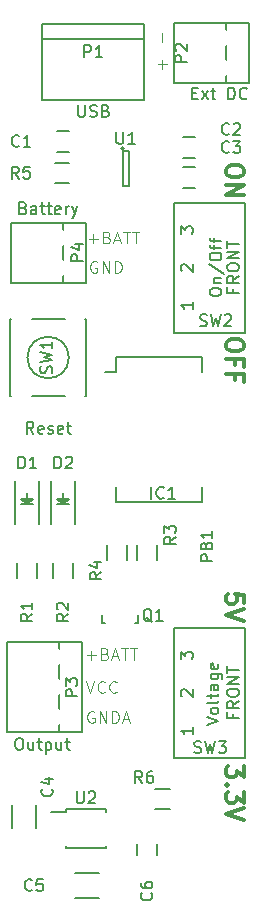
<source format=gto>
G04 #@! TF.FileFunction,Legend,Top*
%FSLAX46Y46*%
G04 Gerber Fmt 4.6, Leading zero omitted, Abs format (unit mm)*
G04 Created by KiCad (PCBNEW 4.0.1-stable) date Torsdag 21 Januari 2016 22:06:45*
%MOMM*%
G01*
G04 APERTURE LIST*
%ADD10C,0.100000*%
%ADD11C,0.300000*%
%ADD12C,0.150000*%
%ADD13R,1.652400X1.402400*%
%ADD14R,1.752400X2.152400*%
%ADD15R,2.152400X1.752400*%
%ADD16R,1.402400X1.652400*%
%ADD17R,1.953260X1.750060*%
%ADD18O,1.752400X1.752400*%
%ADD19R,0.552400X1.502400*%
%ADD20O,1.402400X1.102400*%
%ADD21O,1.152400X1.702400*%
%ADD22O,3.167380X1.658620*%
%ADD23R,0.952500X0.952500*%
%ADD24R,1.452400X1.652400*%
%ADD25R,1.652400X1.452400*%
%ADD26C,1.852400*%
%ADD27R,1.212400X0.802400*%
%ADD28R,1.602400X0.602400*%
%ADD29C,1.676400*%
%ADD30R,1.452400X1.702400*%
G04 APERTURE END LIST*
D10*
X73471429Y-18180952D02*
X73471429Y-17419047D01*
X73852381Y-17799999D02*
X73090476Y-17799999D01*
X73471429Y-15880952D02*
X73471429Y-15119047D01*
X67938096Y-34500000D02*
X67842858Y-34452381D01*
X67700001Y-34452381D01*
X67557143Y-34500000D01*
X67461905Y-34595238D01*
X67414286Y-34690476D01*
X67366667Y-34880952D01*
X67366667Y-35023810D01*
X67414286Y-35214286D01*
X67461905Y-35309524D01*
X67557143Y-35404762D01*
X67700001Y-35452381D01*
X67795239Y-35452381D01*
X67938096Y-35404762D01*
X67985715Y-35357143D01*
X67985715Y-35023810D01*
X67795239Y-35023810D01*
X68414286Y-35452381D02*
X68414286Y-34452381D01*
X68985715Y-35452381D01*
X68985715Y-34452381D01*
X69461905Y-35452381D02*
X69461905Y-34452381D01*
X69700000Y-34452381D01*
X69842858Y-34500000D01*
X69938096Y-34595238D01*
X69985715Y-34690476D01*
X70033334Y-34880952D01*
X70033334Y-35023810D01*
X69985715Y-35214286D01*
X69938096Y-35309524D01*
X69842858Y-35404762D01*
X69700000Y-35452381D01*
X69461905Y-35452381D01*
X67228571Y-32571429D02*
X67990476Y-32571429D01*
X67609524Y-32952381D02*
X67609524Y-32190476D01*
X68800000Y-32428571D02*
X68942857Y-32476190D01*
X68990476Y-32523810D01*
X69038095Y-32619048D01*
X69038095Y-32761905D01*
X68990476Y-32857143D01*
X68942857Y-32904762D01*
X68847619Y-32952381D01*
X68466666Y-32952381D01*
X68466666Y-31952381D01*
X68800000Y-31952381D01*
X68895238Y-32000000D01*
X68942857Y-32047619D01*
X68990476Y-32142857D01*
X68990476Y-32238095D01*
X68942857Y-32333333D01*
X68895238Y-32380952D01*
X68800000Y-32428571D01*
X68466666Y-32428571D01*
X69419047Y-32666667D02*
X69895238Y-32666667D01*
X69323809Y-32952381D02*
X69657142Y-31952381D01*
X69990476Y-32952381D01*
X70180952Y-31952381D02*
X70752381Y-31952381D01*
X70466666Y-32952381D02*
X70466666Y-31952381D01*
X70942857Y-31952381D02*
X71514286Y-31952381D01*
X71228571Y-32952381D02*
X71228571Y-31952381D01*
D11*
X80375429Y-41433429D02*
X80375429Y-41719143D01*
X80304000Y-41862001D01*
X80161143Y-42004858D01*
X79875429Y-42076286D01*
X79375429Y-42076286D01*
X79089714Y-42004858D01*
X78946857Y-41862001D01*
X78875429Y-41719143D01*
X78875429Y-41433429D01*
X78946857Y-41290572D01*
X79089714Y-41147715D01*
X79375429Y-41076286D01*
X79875429Y-41076286D01*
X80161143Y-41147715D01*
X80304000Y-41290572D01*
X80375429Y-41433429D01*
X79661143Y-43219144D02*
X79661143Y-42719144D01*
X78875429Y-42719144D02*
X80375429Y-42719144D01*
X80375429Y-43433430D01*
X79661143Y-44504858D02*
X79661143Y-44004858D01*
X78875429Y-44004858D02*
X80375429Y-44004858D01*
X80375429Y-44719144D01*
X80375429Y-26693428D02*
X80375429Y-26979142D01*
X80304000Y-27122000D01*
X80161143Y-27264857D01*
X79875429Y-27336285D01*
X79375429Y-27336285D01*
X79089714Y-27264857D01*
X78946857Y-27122000D01*
X78875429Y-26979142D01*
X78875429Y-26693428D01*
X78946857Y-26550571D01*
X79089714Y-26407714D01*
X79375429Y-26336285D01*
X79875429Y-26336285D01*
X80161143Y-26407714D01*
X80304000Y-26550571D01*
X80375429Y-26693428D01*
X78875429Y-27979143D02*
X80375429Y-27979143D01*
X78875429Y-28836286D01*
X80375429Y-28836286D01*
X80375429Y-77223715D02*
X80375429Y-78152286D01*
X79804000Y-77652286D01*
X79804000Y-77866572D01*
X79732571Y-78009429D01*
X79661143Y-78080858D01*
X79518286Y-78152286D01*
X79161143Y-78152286D01*
X79018286Y-78080858D01*
X78946857Y-78009429D01*
X78875429Y-77866572D01*
X78875429Y-77438000D01*
X78946857Y-77295143D01*
X79018286Y-77223715D01*
X79018286Y-78795143D02*
X78946857Y-78866571D01*
X78875429Y-78795143D01*
X78946857Y-78723714D01*
X79018286Y-78795143D01*
X78875429Y-78795143D01*
X80375429Y-79366572D02*
X80375429Y-80295143D01*
X79804000Y-79795143D01*
X79804000Y-80009429D01*
X79732571Y-80152286D01*
X79661143Y-80223715D01*
X79518286Y-80295143D01*
X79161143Y-80295143D01*
X79018286Y-80223715D01*
X78946857Y-80152286D01*
X78875429Y-80009429D01*
X78875429Y-79580857D01*
X78946857Y-79438000D01*
X79018286Y-79366572D01*
X80375429Y-80723714D02*
X78875429Y-81223714D01*
X80375429Y-81723714D01*
X80375429Y-63404287D02*
X80375429Y-62690001D01*
X79661143Y-62618572D01*
X79732571Y-62690001D01*
X79804000Y-62832858D01*
X79804000Y-63190001D01*
X79732571Y-63332858D01*
X79661143Y-63404287D01*
X79518286Y-63475715D01*
X79161143Y-63475715D01*
X79018286Y-63404287D01*
X78946857Y-63332858D01*
X78875429Y-63190001D01*
X78875429Y-62832858D01*
X78946857Y-62690001D01*
X79018286Y-62618572D01*
X80375429Y-63904286D02*
X78875429Y-64404286D01*
X80375429Y-64904286D01*
D10*
X67695524Y-72588000D02*
X67600286Y-72540381D01*
X67457429Y-72540381D01*
X67314571Y-72588000D01*
X67219333Y-72683238D01*
X67171714Y-72778476D01*
X67124095Y-72968952D01*
X67124095Y-73111810D01*
X67171714Y-73302286D01*
X67219333Y-73397524D01*
X67314571Y-73492762D01*
X67457429Y-73540381D01*
X67552667Y-73540381D01*
X67695524Y-73492762D01*
X67743143Y-73445143D01*
X67743143Y-73111810D01*
X67552667Y-73111810D01*
X68171714Y-73540381D02*
X68171714Y-72540381D01*
X68743143Y-73540381D01*
X68743143Y-72540381D01*
X69219333Y-73540381D02*
X69219333Y-72540381D01*
X69457428Y-72540381D01*
X69600286Y-72588000D01*
X69695524Y-72683238D01*
X69743143Y-72778476D01*
X69790762Y-72968952D01*
X69790762Y-73111810D01*
X69743143Y-73302286D01*
X69695524Y-73397524D01*
X69600286Y-73492762D01*
X69457428Y-73540381D01*
X69219333Y-73540381D01*
X70171714Y-73254667D02*
X70647905Y-73254667D01*
X70076476Y-73540381D02*
X70409809Y-72540381D01*
X70743143Y-73540381D01*
X67044667Y-70000381D02*
X67378000Y-71000381D01*
X67711334Y-70000381D01*
X68616096Y-70905143D02*
X68568477Y-70952762D01*
X68425620Y-71000381D01*
X68330382Y-71000381D01*
X68187524Y-70952762D01*
X68092286Y-70857524D01*
X68044667Y-70762286D01*
X67997048Y-70571810D01*
X67997048Y-70428952D01*
X68044667Y-70238476D01*
X68092286Y-70143238D01*
X68187524Y-70048000D01*
X68330382Y-70000381D01*
X68425620Y-70000381D01*
X68568477Y-70048000D01*
X68616096Y-70095619D01*
X69616096Y-70905143D02*
X69568477Y-70952762D01*
X69425620Y-71000381D01*
X69330382Y-71000381D01*
X69187524Y-70952762D01*
X69092286Y-70857524D01*
X69044667Y-70762286D01*
X68997048Y-70571810D01*
X68997048Y-70428952D01*
X69044667Y-70238476D01*
X69092286Y-70143238D01*
X69187524Y-70048000D01*
X69330382Y-70000381D01*
X69425620Y-70000381D01*
X69568477Y-70048000D01*
X69616096Y-70095619D01*
X67068571Y-67825429D02*
X67830476Y-67825429D01*
X67449524Y-68206381D02*
X67449524Y-67444476D01*
X68640000Y-67682571D02*
X68782857Y-67730190D01*
X68830476Y-67777810D01*
X68878095Y-67873048D01*
X68878095Y-68015905D01*
X68830476Y-68111143D01*
X68782857Y-68158762D01*
X68687619Y-68206381D01*
X68306666Y-68206381D01*
X68306666Y-67206381D01*
X68640000Y-67206381D01*
X68735238Y-67254000D01*
X68782857Y-67301619D01*
X68830476Y-67396857D01*
X68830476Y-67492095D01*
X68782857Y-67587333D01*
X68735238Y-67634952D01*
X68640000Y-67682571D01*
X68306666Y-67682571D01*
X69259047Y-67920667D02*
X69735238Y-67920667D01*
X69163809Y-68206381D02*
X69497142Y-67206381D01*
X69830476Y-68206381D01*
X70020952Y-67206381D02*
X70592381Y-67206381D01*
X70306666Y-68206381D02*
X70306666Y-67206381D01*
X70782857Y-67206381D02*
X71354286Y-67206381D01*
X71068571Y-68206381D02*
X71068571Y-67206381D01*
D12*
X65576000Y-23470000D02*
X64576000Y-23470000D01*
X64576000Y-25170000D02*
X65576000Y-25170000D01*
X76244000Y-23978000D02*
X75244000Y-23978000D01*
X75244000Y-25678000D02*
X76244000Y-25678000D01*
X76244000Y-26518000D02*
X75244000Y-26518000D01*
X75244000Y-28218000D02*
X76244000Y-28218000D01*
X62799000Y-82470000D02*
X62799000Y-80470000D01*
X60749000Y-80470000D02*
X60749000Y-82470000D01*
X66108000Y-88337000D02*
X68108000Y-88337000D01*
X68108000Y-86287000D02*
X66108000Y-86287000D01*
X73038000Y-84764000D02*
X73038000Y-83764000D01*
X71338000Y-83764000D02*
X71338000Y-84764000D01*
X63078000Y-56696000D02*
X63078000Y-53096000D01*
X60978000Y-56696000D02*
X60978000Y-53096000D01*
X61728000Y-54646000D02*
X62328000Y-54646000D01*
X62328000Y-54646000D02*
X62028000Y-54946000D01*
X62028000Y-54946000D02*
X61828000Y-54746000D01*
X61828000Y-54746000D02*
X62078000Y-54746000D01*
X62078000Y-54746000D02*
X62028000Y-54796000D01*
X61528000Y-55046000D02*
X62528000Y-55046000D01*
X62028000Y-54546000D02*
X62028000Y-54046000D01*
X62028000Y-55046000D02*
X61528000Y-54546000D01*
X61528000Y-54546000D02*
X62528000Y-54546000D01*
X62528000Y-54546000D02*
X62028000Y-55046000D01*
X66126000Y-56696000D02*
X66126000Y-53096000D01*
X64026000Y-56696000D02*
X64026000Y-53096000D01*
X64776000Y-54646000D02*
X65376000Y-54646000D01*
X65376000Y-54646000D02*
X65076000Y-54946000D01*
X65076000Y-54946000D02*
X64876000Y-54746000D01*
X64876000Y-54746000D02*
X65126000Y-54746000D01*
X65126000Y-54746000D02*
X65076000Y-54796000D01*
X64576000Y-55046000D02*
X65576000Y-55046000D01*
X65076000Y-54546000D02*
X65076000Y-54046000D01*
X65076000Y-55046000D02*
X64576000Y-54546000D01*
X64576000Y-54546000D02*
X65576000Y-54546000D01*
X65576000Y-54546000D02*
X65076000Y-55046000D01*
X69529000Y-42599000D02*
X69529000Y-43869000D01*
X76879000Y-42599000D02*
X76879000Y-43869000D01*
X76879000Y-54809000D02*
X76879000Y-53539000D01*
X69529000Y-54809000D02*
X69529000Y-53539000D01*
X69529000Y-42599000D02*
X76879000Y-42599000D01*
X69529000Y-54809000D02*
X76879000Y-54809000D01*
X69529000Y-43869000D02*
X68594000Y-43869000D01*
X71966900Y-14406540D02*
X63266900Y-14406540D01*
X71966900Y-20811540D02*
X63266900Y-20811540D01*
X63266900Y-20811540D02*
X63266900Y-14406540D01*
X63266900Y-15636540D02*
X71966900Y-15636540D01*
X71966900Y-14406540D02*
X71966900Y-20811540D01*
X78870000Y-19340000D02*
X78870000Y-14260000D01*
X74425000Y-19340000D02*
X74425000Y-14260000D01*
X80775000Y-14260000D02*
X80775000Y-19340000D01*
X80775000Y-14260000D02*
X74425000Y-14260000D01*
X80775000Y-19340000D02*
X74425000Y-19340000D01*
X65076000Y-36258000D02*
X65076000Y-31178000D01*
X60631000Y-36258000D02*
X60631000Y-31178000D01*
X66981000Y-31178000D02*
X66981000Y-36258000D01*
X66981000Y-31178000D02*
X60631000Y-31178000D01*
X66981000Y-36258000D02*
X60631000Y-36258000D01*
X68602840Y-65102240D02*
X68651100Y-65102240D01*
X71401820Y-64401200D02*
X71401820Y-65102240D01*
X71401820Y-65102240D02*
X71152900Y-65102240D01*
X68602840Y-65102240D02*
X68402180Y-65102240D01*
X68402180Y-65102240D02*
X68402180Y-64401200D01*
X61153000Y-61242000D02*
X61153000Y-60042000D01*
X62903000Y-60042000D02*
X62903000Y-61242000D01*
X64201000Y-61242000D02*
X64201000Y-60042000D01*
X65951000Y-60042000D02*
X65951000Y-61242000D01*
X73063000Y-58518000D02*
X73063000Y-59718000D01*
X71313000Y-59718000D02*
X71313000Y-58518000D01*
X70523000Y-58518000D02*
X70523000Y-59718000D01*
X68773000Y-59718000D02*
X68773000Y-58518000D01*
X64400000Y-26125000D02*
X65600000Y-26125000D01*
X65600000Y-27875000D02*
X64400000Y-27875000D01*
X74100000Y-80875000D02*
X72900000Y-80875000D01*
X72900000Y-79125000D02*
X74100000Y-79125000D01*
X80500000Y-40500000D02*
X80500000Y-29500000D01*
X80500000Y-29500000D02*
X79500000Y-29500000D01*
X79500000Y-29500000D02*
X80500000Y-29500000D01*
X79500000Y-40500000D02*
X80500000Y-40500000D01*
X80500000Y-40500000D02*
X79500000Y-40500000D01*
X74500000Y-29500000D02*
X79500000Y-29500000D01*
X79500000Y-29500000D02*
X74500000Y-29500000D01*
X74500000Y-29500000D02*
X79500000Y-29500000D01*
X74500000Y-40500000D02*
X79500000Y-40500000D01*
X79500000Y-40500000D02*
X74500000Y-40500000D01*
X74500000Y-40500000D02*
X79500000Y-40500000D01*
X74500000Y-35000000D02*
X74500000Y-40500000D01*
X74500000Y-40500000D02*
X74500000Y-35000000D01*
X74500000Y-35000000D02*
X74500000Y-29500000D01*
X74500000Y-29500000D02*
X74500000Y-35000000D01*
X80500000Y-76500000D02*
X80500000Y-65500000D01*
X80500000Y-65500000D02*
X79500000Y-65500000D01*
X79500000Y-65500000D02*
X80500000Y-65500000D01*
X79500000Y-76500000D02*
X80500000Y-76500000D01*
X80500000Y-76500000D02*
X79500000Y-76500000D01*
X74500000Y-65500000D02*
X79500000Y-65500000D01*
X79500000Y-65500000D02*
X74500000Y-65500000D01*
X74500000Y-65500000D02*
X79500000Y-65500000D01*
X74500000Y-76500000D02*
X79500000Y-76500000D01*
X79500000Y-76500000D02*
X74500000Y-76500000D01*
X74500000Y-76500000D02*
X79500000Y-76500000D01*
X74500000Y-71000000D02*
X74500000Y-76500000D01*
X74500000Y-76500000D02*
X74500000Y-71000000D01*
X74500000Y-71000000D02*
X74500000Y-65500000D01*
X74500000Y-65500000D02*
X74500000Y-71000000D01*
X70205952Y-24915000D02*
G75*
G03X70205952Y-24915000I-100000J0D01*
G01*
X70655952Y-25165000D02*
X70155952Y-25165000D01*
X70655952Y-28065000D02*
X70655952Y-25165000D01*
X70155952Y-28065000D02*
X70655952Y-28065000D01*
X70155952Y-25165000D02*
X70155952Y-28065000D01*
X65325000Y-80825000D02*
X65325000Y-81075000D01*
X68675000Y-80825000D02*
X68675000Y-81075000D01*
X68675000Y-84175000D02*
X68675000Y-83925000D01*
X65325000Y-84175000D02*
X65325000Y-83925000D01*
X65325000Y-80825000D02*
X68675000Y-80825000D01*
X65325000Y-84175000D02*
X68675000Y-84175000D01*
X65325000Y-81075000D02*
X64075000Y-81075000D01*
X66675000Y-66690000D02*
X60325000Y-66690000D01*
X66675000Y-74310000D02*
X60325000Y-74310000D01*
X64770000Y-74310000D02*
X64770000Y-66690000D01*
X66675000Y-66690000D02*
X66675000Y-74310000D01*
X60325000Y-74310000D02*
X60325000Y-66690000D01*
X65556714Y-42608000D02*
G75*
G03X65556714Y-42608000I-1750714J0D01*
G01*
X60581000Y-39383000D02*
X60706000Y-39383000D01*
X67031000Y-39383000D02*
X66906000Y-39383000D01*
X67031000Y-45833000D02*
X66906000Y-45833000D01*
X60706000Y-45833000D02*
X60581000Y-45833000D01*
X62406000Y-39383000D02*
X65206000Y-39383000D01*
X60581000Y-45833000D02*
X60581000Y-39383000D01*
X62406000Y-45833000D02*
X65206000Y-45833000D01*
X67031000Y-45833000D02*
X67031000Y-39383000D01*
X61353334Y-24677143D02*
X61305715Y-24724762D01*
X61162858Y-24772381D01*
X61067620Y-24772381D01*
X60924762Y-24724762D01*
X60829524Y-24629524D01*
X60781905Y-24534286D01*
X60734286Y-24343810D01*
X60734286Y-24200952D01*
X60781905Y-24010476D01*
X60829524Y-23915238D01*
X60924762Y-23820000D01*
X61067620Y-23772381D01*
X61162858Y-23772381D01*
X61305715Y-23820000D01*
X61353334Y-23867619D01*
X62305715Y-24772381D02*
X61734286Y-24772381D01*
X62020000Y-24772381D02*
X62020000Y-23772381D01*
X61924762Y-23915238D01*
X61829524Y-24010476D01*
X61734286Y-24058095D01*
X79133334Y-23661143D02*
X79085715Y-23708762D01*
X78942858Y-23756381D01*
X78847620Y-23756381D01*
X78704762Y-23708762D01*
X78609524Y-23613524D01*
X78561905Y-23518286D01*
X78514286Y-23327810D01*
X78514286Y-23184952D01*
X78561905Y-22994476D01*
X78609524Y-22899238D01*
X78704762Y-22804000D01*
X78847620Y-22756381D01*
X78942858Y-22756381D01*
X79085715Y-22804000D01*
X79133334Y-22851619D01*
X79514286Y-22851619D02*
X79561905Y-22804000D01*
X79657143Y-22756381D01*
X79895239Y-22756381D01*
X79990477Y-22804000D01*
X80038096Y-22851619D01*
X80085715Y-22946857D01*
X80085715Y-23042095D01*
X80038096Y-23184952D01*
X79466667Y-23756381D01*
X80085715Y-23756381D01*
X79133334Y-25185143D02*
X79085715Y-25232762D01*
X78942858Y-25280381D01*
X78847620Y-25280381D01*
X78704762Y-25232762D01*
X78609524Y-25137524D01*
X78561905Y-25042286D01*
X78514286Y-24851810D01*
X78514286Y-24708952D01*
X78561905Y-24518476D01*
X78609524Y-24423238D01*
X78704762Y-24328000D01*
X78847620Y-24280381D01*
X78942858Y-24280381D01*
X79085715Y-24328000D01*
X79133334Y-24375619D01*
X79466667Y-24280381D02*
X80085715Y-24280381D01*
X79752381Y-24661333D01*
X79895239Y-24661333D01*
X79990477Y-24708952D01*
X80038096Y-24756571D01*
X80085715Y-24851810D01*
X80085715Y-25089905D01*
X80038096Y-25185143D01*
X79990477Y-25232762D01*
X79895239Y-25280381D01*
X79609524Y-25280381D01*
X79514286Y-25232762D01*
X79466667Y-25185143D01*
X64131143Y-79136666D02*
X64178762Y-79184285D01*
X64226381Y-79327142D01*
X64226381Y-79422380D01*
X64178762Y-79565238D01*
X64083524Y-79660476D01*
X63988286Y-79708095D01*
X63797810Y-79755714D01*
X63654952Y-79755714D01*
X63464476Y-79708095D01*
X63369238Y-79660476D01*
X63274000Y-79565238D01*
X63226381Y-79422380D01*
X63226381Y-79327142D01*
X63274000Y-79184285D01*
X63321619Y-79136666D01*
X63559714Y-78279523D02*
X64226381Y-78279523D01*
X63178762Y-78517619D02*
X63893048Y-78755714D01*
X63893048Y-78136666D01*
X62441334Y-87669143D02*
X62393715Y-87716762D01*
X62250858Y-87764381D01*
X62155620Y-87764381D01*
X62012762Y-87716762D01*
X61917524Y-87621524D01*
X61869905Y-87526286D01*
X61822286Y-87335810D01*
X61822286Y-87192952D01*
X61869905Y-87002476D01*
X61917524Y-86907238D01*
X62012762Y-86812000D01*
X62155620Y-86764381D01*
X62250858Y-86764381D01*
X62393715Y-86812000D01*
X62441334Y-86859619D01*
X63346096Y-86764381D02*
X62869905Y-86764381D01*
X62822286Y-87240571D01*
X62869905Y-87192952D01*
X62965143Y-87145333D01*
X63203239Y-87145333D01*
X63298477Y-87192952D01*
X63346096Y-87240571D01*
X63393715Y-87335810D01*
X63393715Y-87573905D01*
X63346096Y-87669143D01*
X63298477Y-87716762D01*
X63203239Y-87764381D01*
X62965143Y-87764381D01*
X62869905Y-87716762D01*
X62822286Y-87669143D01*
X72545143Y-87930666D02*
X72592762Y-87978285D01*
X72640381Y-88121142D01*
X72640381Y-88216380D01*
X72592762Y-88359238D01*
X72497524Y-88454476D01*
X72402286Y-88502095D01*
X72211810Y-88549714D01*
X72068952Y-88549714D01*
X71878476Y-88502095D01*
X71783238Y-88454476D01*
X71688000Y-88359238D01*
X71640381Y-88216380D01*
X71640381Y-88121142D01*
X71688000Y-87978285D01*
X71735619Y-87930666D01*
X71640381Y-87073523D02*
X71640381Y-87264000D01*
X71688000Y-87359238D01*
X71735619Y-87406857D01*
X71878476Y-87502095D01*
X72068952Y-87549714D01*
X72449905Y-87549714D01*
X72545143Y-87502095D01*
X72592762Y-87454476D01*
X72640381Y-87359238D01*
X72640381Y-87168761D01*
X72592762Y-87073523D01*
X72545143Y-87025904D01*
X72449905Y-86978285D01*
X72211810Y-86978285D01*
X72116571Y-87025904D01*
X72068952Y-87073523D01*
X72021333Y-87168761D01*
X72021333Y-87359238D01*
X72068952Y-87454476D01*
X72116571Y-87502095D01*
X72211810Y-87549714D01*
X61289905Y-51998381D02*
X61289905Y-50998381D01*
X61528000Y-50998381D01*
X61670858Y-51046000D01*
X61766096Y-51141238D01*
X61813715Y-51236476D01*
X61861334Y-51426952D01*
X61861334Y-51569810D01*
X61813715Y-51760286D01*
X61766096Y-51855524D01*
X61670858Y-51950762D01*
X61528000Y-51998381D01*
X61289905Y-51998381D01*
X62813715Y-51998381D02*
X62242286Y-51998381D01*
X62528000Y-51998381D02*
X62528000Y-50998381D01*
X62432762Y-51141238D01*
X62337524Y-51236476D01*
X62242286Y-51284095D01*
X64337905Y-51998381D02*
X64337905Y-50998381D01*
X64576000Y-50998381D01*
X64718858Y-51046000D01*
X64814096Y-51141238D01*
X64861715Y-51236476D01*
X64909334Y-51426952D01*
X64909334Y-51569810D01*
X64861715Y-51760286D01*
X64814096Y-51855524D01*
X64718858Y-51950762D01*
X64576000Y-51998381D01*
X64337905Y-51998381D01*
X65290286Y-51093619D02*
X65337905Y-51046000D01*
X65433143Y-50998381D01*
X65671239Y-50998381D01*
X65766477Y-51046000D01*
X65814096Y-51093619D01*
X65861715Y-51188857D01*
X65861715Y-51284095D01*
X65814096Y-51426952D01*
X65242667Y-51998381D01*
X65861715Y-51998381D01*
X72550429Y-54561381D02*
X72550429Y-53561381D01*
X73598048Y-54466143D02*
X73550429Y-54513762D01*
X73407572Y-54561381D01*
X73312334Y-54561381D01*
X73169476Y-54513762D01*
X73074238Y-54418524D01*
X73026619Y-54323286D01*
X72979000Y-54132810D01*
X72979000Y-53989952D01*
X73026619Y-53799476D01*
X73074238Y-53704238D01*
X73169476Y-53609000D01*
X73312334Y-53561381D01*
X73407572Y-53561381D01*
X73550429Y-53609000D01*
X73598048Y-53656619D01*
X74550429Y-54561381D02*
X73979000Y-54561381D01*
X74264714Y-54561381D02*
X74264714Y-53561381D01*
X74169476Y-53704238D01*
X74074238Y-53799476D01*
X73979000Y-53847095D01*
X66877905Y-17176381D02*
X66877905Y-16176381D01*
X67258858Y-16176381D01*
X67354096Y-16224000D01*
X67401715Y-16271619D01*
X67449334Y-16366857D01*
X67449334Y-16509714D01*
X67401715Y-16604952D01*
X67354096Y-16652571D01*
X67258858Y-16700190D01*
X66877905Y-16700190D01*
X68401715Y-17176381D02*
X67830286Y-17176381D01*
X68116000Y-17176381D02*
X68116000Y-16176381D01*
X68020762Y-16319238D01*
X67925524Y-16414476D01*
X67830286Y-16462095D01*
X66354095Y-21232381D02*
X66354095Y-22041905D01*
X66401714Y-22137143D01*
X66449333Y-22184762D01*
X66544571Y-22232381D01*
X66735048Y-22232381D01*
X66830286Y-22184762D01*
X66877905Y-22137143D01*
X66925524Y-22041905D01*
X66925524Y-21232381D01*
X67354095Y-22184762D02*
X67496952Y-22232381D01*
X67735048Y-22232381D01*
X67830286Y-22184762D01*
X67877905Y-22137143D01*
X67925524Y-22041905D01*
X67925524Y-21946667D01*
X67877905Y-21851429D01*
X67830286Y-21803810D01*
X67735048Y-21756190D01*
X67544571Y-21708571D01*
X67449333Y-21660952D01*
X67401714Y-21613333D01*
X67354095Y-21518095D01*
X67354095Y-21422857D01*
X67401714Y-21327619D01*
X67449333Y-21280000D01*
X67544571Y-21232381D01*
X67782667Y-21232381D01*
X67925524Y-21280000D01*
X68687429Y-21708571D02*
X68830286Y-21756190D01*
X68877905Y-21803810D01*
X68925524Y-21899048D01*
X68925524Y-22041905D01*
X68877905Y-22137143D01*
X68830286Y-22184762D01*
X68735048Y-22232381D01*
X68354095Y-22232381D01*
X68354095Y-21232381D01*
X68687429Y-21232381D01*
X68782667Y-21280000D01*
X68830286Y-21327619D01*
X68877905Y-21422857D01*
X68877905Y-21518095D01*
X68830286Y-21613333D01*
X68782667Y-21660952D01*
X68687429Y-21708571D01*
X68354095Y-21708571D01*
X75550381Y-17568095D02*
X74550381Y-17568095D01*
X74550381Y-17187142D01*
X74598000Y-17091904D01*
X74645619Y-17044285D01*
X74740857Y-16996666D01*
X74883714Y-16996666D01*
X74978952Y-17044285D01*
X75026571Y-17091904D01*
X75074190Y-17187142D01*
X75074190Y-17568095D01*
X74645619Y-16615714D02*
X74598000Y-16568095D01*
X74550381Y-16472857D01*
X74550381Y-16234761D01*
X74598000Y-16139523D01*
X74645619Y-16091904D01*
X74740857Y-16044285D01*
X74836095Y-16044285D01*
X74978952Y-16091904D01*
X75550381Y-16663333D01*
X75550381Y-16044285D01*
X76014285Y-20228571D02*
X76347619Y-20228571D01*
X76490476Y-20752381D02*
X76014285Y-20752381D01*
X76014285Y-19752381D01*
X76490476Y-19752381D01*
X76823809Y-20752381D02*
X77347619Y-20085714D01*
X76823809Y-20085714D02*
X77347619Y-20752381D01*
X77585714Y-20085714D02*
X77966666Y-20085714D01*
X77728571Y-19752381D02*
X77728571Y-20609524D01*
X77776190Y-20704762D01*
X77871428Y-20752381D01*
X77966666Y-20752381D01*
X79061905Y-20752381D02*
X79061905Y-19752381D01*
X79300000Y-19752381D01*
X79442858Y-19800000D01*
X79538096Y-19895238D01*
X79585715Y-19990476D01*
X79633334Y-20180952D01*
X79633334Y-20323810D01*
X79585715Y-20514286D01*
X79538096Y-20609524D01*
X79442858Y-20704762D01*
X79300000Y-20752381D01*
X79061905Y-20752381D01*
X80633334Y-20657143D02*
X80585715Y-20704762D01*
X80442858Y-20752381D01*
X80347620Y-20752381D01*
X80204762Y-20704762D01*
X80109524Y-20609524D01*
X80061905Y-20514286D01*
X80014286Y-20323810D01*
X80014286Y-20180952D01*
X80061905Y-19990476D01*
X80109524Y-19895238D01*
X80204762Y-19800000D01*
X80347620Y-19752381D01*
X80442858Y-19752381D01*
X80585715Y-19800000D01*
X80633334Y-19847619D01*
X66758381Y-34456095D02*
X65758381Y-34456095D01*
X65758381Y-34075142D01*
X65806000Y-33979904D01*
X65853619Y-33932285D01*
X65948857Y-33884666D01*
X66091714Y-33884666D01*
X66186952Y-33932285D01*
X66234571Y-33979904D01*
X66282190Y-34075142D01*
X66282190Y-34456095D01*
X66091714Y-33027523D02*
X66758381Y-33027523D01*
X65710762Y-33265619D02*
X66425048Y-33503714D01*
X66425048Y-32884666D01*
X61718571Y-29948571D02*
X61861428Y-29996190D01*
X61909047Y-30043810D01*
X61956666Y-30139048D01*
X61956666Y-30281905D01*
X61909047Y-30377143D01*
X61861428Y-30424762D01*
X61766190Y-30472381D01*
X61385237Y-30472381D01*
X61385237Y-29472381D01*
X61718571Y-29472381D01*
X61813809Y-29520000D01*
X61861428Y-29567619D01*
X61909047Y-29662857D01*
X61909047Y-29758095D01*
X61861428Y-29853333D01*
X61813809Y-29900952D01*
X61718571Y-29948571D01*
X61385237Y-29948571D01*
X62813809Y-30472381D02*
X62813809Y-29948571D01*
X62766190Y-29853333D01*
X62670952Y-29805714D01*
X62480475Y-29805714D01*
X62385237Y-29853333D01*
X62813809Y-30424762D02*
X62718571Y-30472381D01*
X62480475Y-30472381D01*
X62385237Y-30424762D01*
X62337618Y-30329524D01*
X62337618Y-30234286D01*
X62385237Y-30139048D01*
X62480475Y-30091429D01*
X62718571Y-30091429D01*
X62813809Y-30043810D01*
X63147142Y-29805714D02*
X63528094Y-29805714D01*
X63289999Y-29472381D02*
X63289999Y-30329524D01*
X63337618Y-30424762D01*
X63432856Y-30472381D01*
X63528094Y-30472381D01*
X63718571Y-29805714D02*
X64099523Y-29805714D01*
X63861428Y-29472381D02*
X63861428Y-30329524D01*
X63909047Y-30424762D01*
X64004285Y-30472381D01*
X64099523Y-30472381D01*
X64813810Y-30424762D02*
X64718572Y-30472381D01*
X64528095Y-30472381D01*
X64432857Y-30424762D01*
X64385238Y-30329524D01*
X64385238Y-29948571D01*
X64432857Y-29853333D01*
X64528095Y-29805714D01*
X64718572Y-29805714D01*
X64813810Y-29853333D01*
X64861429Y-29948571D01*
X64861429Y-30043810D01*
X64385238Y-30139048D01*
X65290000Y-30472381D02*
X65290000Y-29805714D01*
X65290000Y-29996190D02*
X65337619Y-29900952D01*
X65385238Y-29853333D01*
X65480476Y-29805714D01*
X65575715Y-29805714D01*
X65813810Y-29805714D02*
X66051905Y-30472381D01*
X66290001Y-29805714D02*
X66051905Y-30472381D01*
X65956667Y-30710476D01*
X65909048Y-30758095D01*
X65813810Y-30805714D01*
X72600762Y-64999619D02*
X72505524Y-64952000D01*
X72410286Y-64856762D01*
X72267429Y-64713905D01*
X72172190Y-64666286D01*
X72076952Y-64666286D01*
X72124571Y-64904381D02*
X72029333Y-64856762D01*
X71934095Y-64761524D01*
X71886476Y-64571048D01*
X71886476Y-64237714D01*
X71934095Y-64047238D01*
X72029333Y-63952000D01*
X72124571Y-63904381D01*
X72315048Y-63904381D01*
X72410286Y-63952000D01*
X72505524Y-64047238D01*
X72553143Y-64237714D01*
X72553143Y-64571048D01*
X72505524Y-64761524D01*
X72410286Y-64856762D01*
X72315048Y-64904381D01*
X72124571Y-64904381D01*
X73505524Y-64904381D02*
X72934095Y-64904381D01*
X73219809Y-64904381D02*
X73219809Y-63904381D01*
X73124571Y-64047238D01*
X73029333Y-64142476D01*
X72934095Y-64190095D01*
X62480381Y-64308666D02*
X62004190Y-64642000D01*
X62480381Y-64880095D02*
X61480381Y-64880095D01*
X61480381Y-64499142D01*
X61528000Y-64403904D01*
X61575619Y-64356285D01*
X61670857Y-64308666D01*
X61813714Y-64308666D01*
X61908952Y-64356285D01*
X61956571Y-64403904D01*
X62004190Y-64499142D01*
X62004190Y-64880095D01*
X62480381Y-63356285D02*
X62480381Y-63927714D01*
X62480381Y-63642000D02*
X61480381Y-63642000D01*
X61623238Y-63737238D01*
X61718476Y-63832476D01*
X61766095Y-63927714D01*
X65528381Y-64308666D02*
X65052190Y-64642000D01*
X65528381Y-64880095D02*
X64528381Y-64880095D01*
X64528381Y-64499142D01*
X64576000Y-64403904D01*
X64623619Y-64356285D01*
X64718857Y-64308666D01*
X64861714Y-64308666D01*
X64956952Y-64356285D01*
X65004571Y-64403904D01*
X65052190Y-64499142D01*
X65052190Y-64880095D01*
X64623619Y-63927714D02*
X64576000Y-63880095D01*
X64528381Y-63784857D01*
X64528381Y-63546761D01*
X64576000Y-63451523D01*
X64623619Y-63403904D01*
X64718857Y-63356285D01*
X64814095Y-63356285D01*
X64956952Y-63403904D01*
X65528381Y-63975333D01*
X65528381Y-63356285D01*
X74640381Y-57784666D02*
X74164190Y-58118000D01*
X74640381Y-58356095D02*
X73640381Y-58356095D01*
X73640381Y-57975142D01*
X73688000Y-57879904D01*
X73735619Y-57832285D01*
X73830857Y-57784666D01*
X73973714Y-57784666D01*
X74068952Y-57832285D01*
X74116571Y-57879904D01*
X74164190Y-57975142D01*
X74164190Y-58356095D01*
X73640381Y-57451333D02*
X73640381Y-56832285D01*
X74021333Y-57165619D01*
X74021333Y-57022761D01*
X74068952Y-56927523D01*
X74116571Y-56879904D01*
X74211810Y-56832285D01*
X74449905Y-56832285D01*
X74545143Y-56879904D01*
X74592762Y-56927523D01*
X74640381Y-57022761D01*
X74640381Y-57308476D01*
X74592762Y-57403714D01*
X74545143Y-57451333D01*
X68322381Y-60808666D02*
X67846190Y-61142000D01*
X68322381Y-61380095D02*
X67322381Y-61380095D01*
X67322381Y-60999142D01*
X67370000Y-60903904D01*
X67417619Y-60856285D01*
X67512857Y-60808666D01*
X67655714Y-60808666D01*
X67750952Y-60856285D01*
X67798571Y-60903904D01*
X67846190Y-60999142D01*
X67846190Y-61380095D01*
X67655714Y-59951523D02*
X68322381Y-59951523D01*
X67274762Y-60189619D02*
X67989048Y-60427714D01*
X67989048Y-59808666D01*
X61333334Y-27452381D02*
X61000000Y-26976190D01*
X60761905Y-27452381D02*
X60761905Y-26452381D01*
X61142858Y-26452381D01*
X61238096Y-26500000D01*
X61285715Y-26547619D01*
X61333334Y-26642857D01*
X61333334Y-26785714D01*
X61285715Y-26880952D01*
X61238096Y-26928571D01*
X61142858Y-26976190D01*
X60761905Y-26976190D01*
X62238096Y-26452381D02*
X61761905Y-26452381D01*
X61714286Y-26928571D01*
X61761905Y-26880952D01*
X61857143Y-26833333D01*
X62095239Y-26833333D01*
X62190477Y-26880952D01*
X62238096Y-26928571D01*
X62285715Y-27023810D01*
X62285715Y-27261905D01*
X62238096Y-27357143D01*
X62190477Y-27404762D01*
X62095239Y-27452381D01*
X61857143Y-27452381D01*
X61761905Y-27404762D01*
X61714286Y-27357143D01*
X71767334Y-78620381D02*
X71434000Y-78144190D01*
X71195905Y-78620381D02*
X71195905Y-77620381D01*
X71576858Y-77620381D01*
X71672096Y-77668000D01*
X71719715Y-77715619D01*
X71767334Y-77810857D01*
X71767334Y-77953714D01*
X71719715Y-78048952D01*
X71672096Y-78096571D01*
X71576858Y-78144190D01*
X71195905Y-78144190D01*
X72624477Y-77620381D02*
X72434000Y-77620381D01*
X72338762Y-77668000D01*
X72291143Y-77715619D01*
X72195905Y-77858476D01*
X72148286Y-78048952D01*
X72148286Y-78429905D01*
X72195905Y-78525143D01*
X72243524Y-78572762D01*
X72338762Y-78620381D01*
X72529239Y-78620381D01*
X72624477Y-78572762D01*
X72672096Y-78525143D01*
X72719715Y-78429905D01*
X72719715Y-78191810D01*
X72672096Y-78096571D01*
X72624477Y-78048952D01*
X72529239Y-78001333D01*
X72338762Y-78001333D01*
X72243524Y-78048952D01*
X72195905Y-78096571D01*
X72148286Y-78191810D01*
X76666667Y-39904762D02*
X76809524Y-39952381D01*
X77047620Y-39952381D01*
X77142858Y-39904762D01*
X77190477Y-39857143D01*
X77238096Y-39761905D01*
X77238096Y-39666667D01*
X77190477Y-39571429D01*
X77142858Y-39523810D01*
X77047620Y-39476190D01*
X76857143Y-39428571D01*
X76761905Y-39380952D01*
X76714286Y-39333333D01*
X76666667Y-39238095D01*
X76666667Y-39142857D01*
X76714286Y-39047619D01*
X76761905Y-39000000D01*
X76857143Y-38952381D01*
X77095239Y-38952381D01*
X77238096Y-39000000D01*
X77571429Y-38952381D02*
X77809524Y-39952381D01*
X78000001Y-39238095D01*
X78190477Y-39952381D01*
X78428572Y-38952381D01*
X78761905Y-39047619D02*
X78809524Y-39000000D01*
X78904762Y-38952381D01*
X79142858Y-38952381D01*
X79238096Y-39000000D01*
X79285715Y-39047619D01*
X79333334Y-39142857D01*
X79333334Y-39238095D01*
X79285715Y-39380952D01*
X78714286Y-39952381D01*
X79333334Y-39952381D01*
X77482381Y-37154667D02*
X77482381Y-36964190D01*
X77530000Y-36868952D01*
X77625238Y-36773714D01*
X77815714Y-36726095D01*
X78149048Y-36726095D01*
X78339524Y-36773714D01*
X78434762Y-36868952D01*
X78482381Y-36964190D01*
X78482381Y-37154667D01*
X78434762Y-37249905D01*
X78339524Y-37345143D01*
X78149048Y-37392762D01*
X77815714Y-37392762D01*
X77625238Y-37345143D01*
X77530000Y-37249905D01*
X77482381Y-37154667D01*
X77815714Y-36297524D02*
X78482381Y-36297524D01*
X77910952Y-36297524D02*
X77863333Y-36249905D01*
X77815714Y-36154667D01*
X77815714Y-36011809D01*
X77863333Y-35916571D01*
X77958571Y-35868952D01*
X78482381Y-35868952D01*
X77434762Y-34678476D02*
X78720476Y-35535619D01*
X77482381Y-34154667D02*
X77482381Y-33964190D01*
X77530000Y-33868952D01*
X77625238Y-33773714D01*
X77815714Y-33726095D01*
X78149048Y-33726095D01*
X78339524Y-33773714D01*
X78434762Y-33868952D01*
X78482381Y-33964190D01*
X78482381Y-34154667D01*
X78434762Y-34249905D01*
X78339524Y-34345143D01*
X78149048Y-34392762D01*
X77815714Y-34392762D01*
X77625238Y-34345143D01*
X77530000Y-34249905D01*
X77482381Y-34154667D01*
X77815714Y-33440381D02*
X77815714Y-33059429D01*
X78482381Y-33297524D02*
X77625238Y-33297524D01*
X77530000Y-33249905D01*
X77482381Y-33154667D01*
X77482381Y-33059429D01*
X77815714Y-32868952D02*
X77815714Y-32488000D01*
X78482381Y-32726095D02*
X77625238Y-32726095D01*
X77530000Y-32678476D01*
X77482381Y-32583238D01*
X77482381Y-32488000D01*
X79428571Y-36785714D02*
X79428571Y-37119048D01*
X79952381Y-37119048D02*
X78952381Y-37119048D01*
X78952381Y-36642857D01*
X79952381Y-35690476D02*
X79476190Y-36023810D01*
X79952381Y-36261905D02*
X78952381Y-36261905D01*
X78952381Y-35880952D01*
X79000000Y-35785714D01*
X79047619Y-35738095D01*
X79142857Y-35690476D01*
X79285714Y-35690476D01*
X79380952Y-35738095D01*
X79428571Y-35785714D01*
X79476190Y-35880952D01*
X79476190Y-36261905D01*
X78952381Y-35071429D02*
X78952381Y-34880952D01*
X79000000Y-34785714D01*
X79095238Y-34690476D01*
X79285714Y-34642857D01*
X79619048Y-34642857D01*
X79809524Y-34690476D01*
X79904762Y-34785714D01*
X79952381Y-34880952D01*
X79952381Y-35071429D01*
X79904762Y-35166667D01*
X79809524Y-35261905D01*
X79619048Y-35309524D01*
X79285714Y-35309524D01*
X79095238Y-35261905D01*
X79000000Y-35166667D01*
X78952381Y-35071429D01*
X79952381Y-34214286D02*
X78952381Y-34214286D01*
X79952381Y-33642857D01*
X78952381Y-33642857D01*
X78952381Y-33309524D02*
X78952381Y-32738095D01*
X79952381Y-33023810D02*
X78952381Y-33023810D01*
X75052381Y-32133333D02*
X75052381Y-31514285D01*
X75433333Y-31847619D01*
X75433333Y-31704761D01*
X75480952Y-31609523D01*
X75528571Y-31561904D01*
X75623810Y-31514285D01*
X75861905Y-31514285D01*
X75957143Y-31561904D01*
X76004762Y-31609523D01*
X76052381Y-31704761D01*
X76052381Y-31990476D01*
X76004762Y-32085714D01*
X75957143Y-32133333D01*
X75147619Y-35285714D02*
X75100000Y-35238095D01*
X75052381Y-35142857D01*
X75052381Y-34904761D01*
X75100000Y-34809523D01*
X75147619Y-34761904D01*
X75242857Y-34714285D01*
X75338095Y-34714285D01*
X75480952Y-34761904D01*
X76052381Y-35333333D01*
X76052381Y-34714285D01*
X76052381Y-37914285D02*
X76052381Y-38485714D01*
X76052381Y-38200000D02*
X75052381Y-38200000D01*
X75195238Y-38295238D01*
X75290476Y-38390476D01*
X75338095Y-38485714D01*
X76188667Y-76032762D02*
X76331524Y-76080381D01*
X76569620Y-76080381D01*
X76664858Y-76032762D01*
X76712477Y-75985143D01*
X76760096Y-75889905D01*
X76760096Y-75794667D01*
X76712477Y-75699429D01*
X76664858Y-75651810D01*
X76569620Y-75604190D01*
X76379143Y-75556571D01*
X76283905Y-75508952D01*
X76236286Y-75461333D01*
X76188667Y-75366095D01*
X76188667Y-75270857D01*
X76236286Y-75175619D01*
X76283905Y-75128000D01*
X76379143Y-75080381D01*
X76617239Y-75080381D01*
X76760096Y-75128000D01*
X77093429Y-75080381D02*
X77331524Y-76080381D01*
X77522001Y-75366095D01*
X77712477Y-76080381D01*
X77950572Y-75080381D01*
X78236286Y-75080381D02*
X78855334Y-75080381D01*
X78522000Y-75461333D01*
X78664858Y-75461333D01*
X78760096Y-75508952D01*
X78807715Y-75556571D01*
X78855334Y-75651810D01*
X78855334Y-75889905D01*
X78807715Y-75985143D01*
X78760096Y-76032762D01*
X78664858Y-76080381D01*
X78379143Y-76080381D01*
X78283905Y-76032762D01*
X78236286Y-75985143D01*
X77228381Y-73722667D02*
X78228381Y-73389334D01*
X77228381Y-73056000D01*
X78228381Y-72579810D02*
X78180762Y-72675048D01*
X78133143Y-72722667D01*
X78037905Y-72770286D01*
X77752190Y-72770286D01*
X77656952Y-72722667D01*
X77609333Y-72675048D01*
X77561714Y-72579810D01*
X77561714Y-72436952D01*
X77609333Y-72341714D01*
X77656952Y-72294095D01*
X77752190Y-72246476D01*
X78037905Y-72246476D01*
X78133143Y-72294095D01*
X78180762Y-72341714D01*
X78228381Y-72436952D01*
X78228381Y-72579810D01*
X78228381Y-71675048D02*
X78180762Y-71770286D01*
X78085524Y-71817905D01*
X77228381Y-71817905D01*
X77561714Y-71436952D02*
X77561714Y-71056000D01*
X77228381Y-71294095D02*
X78085524Y-71294095D01*
X78180762Y-71246476D01*
X78228381Y-71151238D01*
X78228381Y-71056000D01*
X78228381Y-70294094D02*
X77704571Y-70294094D01*
X77609333Y-70341713D01*
X77561714Y-70436951D01*
X77561714Y-70627428D01*
X77609333Y-70722666D01*
X78180762Y-70294094D02*
X78228381Y-70389332D01*
X78228381Y-70627428D01*
X78180762Y-70722666D01*
X78085524Y-70770285D01*
X77990286Y-70770285D01*
X77895048Y-70722666D01*
X77847429Y-70627428D01*
X77847429Y-70389332D01*
X77799810Y-70294094D01*
X77561714Y-69389332D02*
X78371238Y-69389332D01*
X78466476Y-69436951D01*
X78514095Y-69484570D01*
X78561714Y-69579809D01*
X78561714Y-69722666D01*
X78514095Y-69817904D01*
X78180762Y-69389332D02*
X78228381Y-69484570D01*
X78228381Y-69675047D01*
X78180762Y-69770285D01*
X78133143Y-69817904D01*
X78037905Y-69865523D01*
X77752190Y-69865523D01*
X77656952Y-69817904D01*
X77609333Y-69770285D01*
X77561714Y-69675047D01*
X77561714Y-69484570D01*
X77609333Y-69389332D01*
X78180762Y-68532189D02*
X78228381Y-68627427D01*
X78228381Y-68817904D01*
X78180762Y-68913142D01*
X78085524Y-68960761D01*
X77704571Y-68960761D01*
X77609333Y-68913142D01*
X77561714Y-68817904D01*
X77561714Y-68627427D01*
X77609333Y-68532189D01*
X77704571Y-68484570D01*
X77799810Y-68484570D01*
X77895048Y-68960761D01*
X79428571Y-72785714D02*
X79428571Y-73119048D01*
X79952381Y-73119048D02*
X78952381Y-73119048D01*
X78952381Y-72642857D01*
X79952381Y-71690476D02*
X79476190Y-72023810D01*
X79952381Y-72261905D02*
X78952381Y-72261905D01*
X78952381Y-71880952D01*
X79000000Y-71785714D01*
X79047619Y-71738095D01*
X79142857Y-71690476D01*
X79285714Y-71690476D01*
X79380952Y-71738095D01*
X79428571Y-71785714D01*
X79476190Y-71880952D01*
X79476190Y-72261905D01*
X78952381Y-71071429D02*
X78952381Y-70880952D01*
X79000000Y-70785714D01*
X79095238Y-70690476D01*
X79285714Y-70642857D01*
X79619048Y-70642857D01*
X79809524Y-70690476D01*
X79904762Y-70785714D01*
X79952381Y-70880952D01*
X79952381Y-71071429D01*
X79904762Y-71166667D01*
X79809524Y-71261905D01*
X79619048Y-71309524D01*
X79285714Y-71309524D01*
X79095238Y-71261905D01*
X79000000Y-71166667D01*
X78952381Y-71071429D01*
X79952381Y-70214286D02*
X78952381Y-70214286D01*
X79952381Y-69642857D01*
X78952381Y-69642857D01*
X78952381Y-69309524D02*
X78952381Y-68738095D01*
X79952381Y-69023810D02*
X78952381Y-69023810D01*
X75052381Y-68133333D02*
X75052381Y-67514285D01*
X75433333Y-67847619D01*
X75433333Y-67704761D01*
X75480952Y-67609523D01*
X75528571Y-67561904D01*
X75623810Y-67514285D01*
X75861905Y-67514285D01*
X75957143Y-67561904D01*
X76004762Y-67609523D01*
X76052381Y-67704761D01*
X76052381Y-67990476D01*
X76004762Y-68085714D01*
X75957143Y-68133333D01*
X75147619Y-71285714D02*
X75100000Y-71238095D01*
X75052381Y-71142857D01*
X75052381Y-70904761D01*
X75100000Y-70809523D01*
X75147619Y-70761904D01*
X75242857Y-70714285D01*
X75338095Y-70714285D01*
X75480952Y-70761904D01*
X76052381Y-71333333D01*
X76052381Y-70714285D01*
X76052381Y-73914285D02*
X76052381Y-74485714D01*
X76052381Y-74200000D02*
X75052381Y-74200000D01*
X75195238Y-74295238D01*
X75290476Y-74390476D01*
X75338095Y-74485714D01*
X69594047Y-23517381D02*
X69594047Y-24326905D01*
X69641666Y-24422143D01*
X69689285Y-24469762D01*
X69784523Y-24517381D01*
X69975000Y-24517381D01*
X70070238Y-24469762D01*
X70117857Y-24422143D01*
X70165476Y-24326905D01*
X70165476Y-23517381D01*
X71165476Y-24517381D02*
X70594047Y-24517381D01*
X70879761Y-24517381D02*
X70879761Y-23517381D01*
X70784523Y-23660238D01*
X70689285Y-23755476D01*
X70594047Y-23803095D01*
X66238095Y-79352381D02*
X66238095Y-80161905D01*
X66285714Y-80257143D01*
X66333333Y-80304762D01*
X66428571Y-80352381D01*
X66619048Y-80352381D01*
X66714286Y-80304762D01*
X66761905Y-80257143D01*
X66809524Y-80161905D01*
X66809524Y-79352381D01*
X67238095Y-79447619D02*
X67285714Y-79400000D01*
X67380952Y-79352381D01*
X67619048Y-79352381D01*
X67714286Y-79400000D01*
X67761905Y-79447619D01*
X67809524Y-79542857D01*
X67809524Y-79638095D01*
X67761905Y-79780952D01*
X67190476Y-80352381D01*
X67809524Y-80352381D01*
X77720381Y-59848095D02*
X76720381Y-59848095D01*
X76720381Y-59467142D01*
X76768000Y-59371904D01*
X76815619Y-59324285D01*
X76910857Y-59276666D01*
X77053714Y-59276666D01*
X77148952Y-59324285D01*
X77196571Y-59371904D01*
X77244190Y-59467142D01*
X77244190Y-59848095D01*
X77196571Y-58514761D02*
X77244190Y-58371904D01*
X77291810Y-58324285D01*
X77387048Y-58276666D01*
X77529905Y-58276666D01*
X77625143Y-58324285D01*
X77672762Y-58371904D01*
X77720381Y-58467142D01*
X77720381Y-58848095D01*
X76720381Y-58848095D01*
X76720381Y-58514761D01*
X76768000Y-58419523D01*
X76815619Y-58371904D01*
X76910857Y-58324285D01*
X77006095Y-58324285D01*
X77101333Y-58371904D01*
X77148952Y-58419523D01*
X77196571Y-58514761D01*
X77196571Y-58848095D01*
X77720381Y-57324285D02*
X77720381Y-57895714D01*
X77720381Y-57610000D02*
X76720381Y-57610000D01*
X76863238Y-57705238D01*
X76958476Y-57800476D01*
X77006095Y-57895714D01*
X66290381Y-71286095D02*
X65290381Y-71286095D01*
X65290381Y-70905142D01*
X65338000Y-70809904D01*
X65385619Y-70762285D01*
X65480857Y-70714666D01*
X65623714Y-70714666D01*
X65718952Y-70762285D01*
X65766571Y-70809904D01*
X65814190Y-70905142D01*
X65814190Y-71286095D01*
X65290381Y-70381333D02*
X65290381Y-69762285D01*
X65671333Y-70095619D01*
X65671333Y-69952761D01*
X65718952Y-69857523D01*
X65766571Y-69809904D01*
X65861810Y-69762285D01*
X66099905Y-69762285D01*
X66195143Y-69809904D01*
X66242762Y-69857523D01*
X66290381Y-69952761D01*
X66290381Y-70238476D01*
X66242762Y-70333714D01*
X66195143Y-70381333D01*
X61274190Y-74826381D02*
X61464667Y-74826381D01*
X61559905Y-74874000D01*
X61655143Y-74969238D01*
X61702762Y-75159714D01*
X61702762Y-75493048D01*
X61655143Y-75683524D01*
X61559905Y-75778762D01*
X61464667Y-75826381D01*
X61274190Y-75826381D01*
X61178952Y-75778762D01*
X61083714Y-75683524D01*
X61036095Y-75493048D01*
X61036095Y-75159714D01*
X61083714Y-74969238D01*
X61178952Y-74874000D01*
X61274190Y-74826381D01*
X62559905Y-75159714D02*
X62559905Y-75826381D01*
X62131333Y-75159714D02*
X62131333Y-75683524D01*
X62178952Y-75778762D01*
X62274190Y-75826381D01*
X62417048Y-75826381D01*
X62512286Y-75778762D01*
X62559905Y-75731143D01*
X62893238Y-75159714D02*
X63274190Y-75159714D01*
X63036095Y-74826381D02*
X63036095Y-75683524D01*
X63083714Y-75778762D01*
X63178952Y-75826381D01*
X63274190Y-75826381D01*
X63607524Y-75159714D02*
X63607524Y-76159714D01*
X63607524Y-75207333D02*
X63702762Y-75159714D01*
X63893239Y-75159714D01*
X63988477Y-75207333D01*
X64036096Y-75254952D01*
X64083715Y-75350190D01*
X64083715Y-75635905D01*
X64036096Y-75731143D01*
X63988477Y-75778762D01*
X63893239Y-75826381D01*
X63702762Y-75826381D01*
X63607524Y-75778762D01*
X64940858Y-75159714D02*
X64940858Y-75826381D01*
X64512286Y-75159714D02*
X64512286Y-75683524D01*
X64559905Y-75778762D01*
X64655143Y-75826381D01*
X64798001Y-75826381D01*
X64893239Y-75778762D01*
X64940858Y-75731143D01*
X65274191Y-75159714D02*
X65655143Y-75159714D01*
X65417048Y-74826381D02*
X65417048Y-75683524D01*
X65464667Y-75778762D01*
X65559905Y-75826381D01*
X65655143Y-75826381D01*
X64104762Y-43933333D02*
X64152381Y-43790476D01*
X64152381Y-43552380D01*
X64104762Y-43457142D01*
X64057143Y-43409523D01*
X63961905Y-43361904D01*
X63866667Y-43361904D01*
X63771429Y-43409523D01*
X63723810Y-43457142D01*
X63676190Y-43552380D01*
X63628571Y-43742857D01*
X63580952Y-43838095D01*
X63533333Y-43885714D01*
X63438095Y-43933333D01*
X63342857Y-43933333D01*
X63247619Y-43885714D01*
X63200000Y-43838095D01*
X63152381Y-43742857D01*
X63152381Y-43504761D01*
X63200000Y-43361904D01*
X63152381Y-43028571D02*
X64152381Y-42790476D01*
X63438095Y-42599999D01*
X64152381Y-42409523D01*
X63152381Y-42171428D01*
X64152381Y-41266666D02*
X64152381Y-41838095D01*
X64152381Y-41552381D02*
X63152381Y-41552381D01*
X63295238Y-41647619D01*
X63390476Y-41742857D01*
X63438095Y-41838095D01*
X62567905Y-49060381D02*
X62234571Y-48584190D01*
X61996476Y-49060381D02*
X61996476Y-48060381D01*
X62377429Y-48060381D01*
X62472667Y-48108000D01*
X62520286Y-48155619D01*
X62567905Y-48250857D01*
X62567905Y-48393714D01*
X62520286Y-48488952D01*
X62472667Y-48536571D01*
X62377429Y-48584190D01*
X61996476Y-48584190D01*
X63377429Y-49012762D02*
X63282191Y-49060381D01*
X63091714Y-49060381D01*
X62996476Y-49012762D01*
X62948857Y-48917524D01*
X62948857Y-48536571D01*
X62996476Y-48441333D01*
X63091714Y-48393714D01*
X63282191Y-48393714D01*
X63377429Y-48441333D01*
X63425048Y-48536571D01*
X63425048Y-48631810D01*
X62948857Y-48727048D01*
X63806000Y-49012762D02*
X63901238Y-49060381D01*
X64091714Y-49060381D01*
X64186953Y-49012762D01*
X64234572Y-48917524D01*
X64234572Y-48869905D01*
X64186953Y-48774667D01*
X64091714Y-48727048D01*
X63948857Y-48727048D01*
X63853619Y-48679429D01*
X63806000Y-48584190D01*
X63806000Y-48536571D01*
X63853619Y-48441333D01*
X63948857Y-48393714D01*
X64091714Y-48393714D01*
X64186953Y-48441333D01*
X65044096Y-49012762D02*
X64948858Y-49060381D01*
X64758381Y-49060381D01*
X64663143Y-49012762D01*
X64615524Y-48917524D01*
X64615524Y-48536571D01*
X64663143Y-48441333D01*
X64758381Y-48393714D01*
X64948858Y-48393714D01*
X65044096Y-48441333D01*
X65091715Y-48536571D01*
X65091715Y-48631810D01*
X64615524Y-48727048D01*
X65377429Y-48393714D02*
X65758381Y-48393714D01*
X65520286Y-48060381D02*
X65520286Y-48917524D01*
X65567905Y-49012762D01*
X65663143Y-49060381D01*
X65758381Y-49060381D01*
%LPC*%
D13*
X63826000Y-24320000D03*
X66326000Y-24320000D03*
X74494000Y-24828000D03*
X76994000Y-24828000D03*
X74494000Y-27368000D03*
X76994000Y-27368000D03*
D14*
X61774000Y-79470000D03*
X61774000Y-83470000D03*
D15*
X69108000Y-87312000D03*
X65108000Y-87312000D03*
D16*
X72188000Y-83014000D03*
X72188000Y-85514000D03*
D17*
X62028000Y-53126140D03*
X62028000Y-55965860D03*
X65076000Y-53126140D03*
X65076000Y-55965860D03*
D18*
X69394000Y-44894000D03*
X69394000Y-47434000D03*
X69394000Y-49974000D03*
X69394000Y-52514000D03*
X77014000Y-52514000D03*
X77014000Y-49974000D03*
X77014000Y-47434000D03*
X77014000Y-44894000D03*
D19*
X68916900Y-19786540D03*
X68266900Y-19786540D03*
X67616900Y-19786540D03*
X66966900Y-19786540D03*
X66316900Y-19786540D03*
D20*
X70116900Y-19786540D03*
X65116900Y-19786540D03*
D21*
X71116900Y-17086540D03*
X64116900Y-17086540D03*
D22*
X77600000Y-15530000D03*
X77600000Y-18070000D03*
X63806000Y-32448000D03*
X63806000Y-34988000D03*
D23*
X70852000Y-63451240D03*
X68952000Y-63451240D03*
X69902000Y-65450220D03*
D24*
X62028000Y-59292000D03*
X62028000Y-61992000D03*
X65076000Y-59292000D03*
X65076000Y-61992000D03*
X72188000Y-60468000D03*
X72188000Y-57768000D03*
X69648000Y-60468000D03*
X69648000Y-57768000D03*
D25*
X66350000Y-27000000D03*
X63650000Y-27000000D03*
X72150000Y-80000000D03*
X74850000Y-80000000D03*
D26*
X73000000Y-38200000D03*
X73000000Y-35000000D03*
X73000000Y-31800000D03*
X73000000Y-74200000D03*
X73000000Y-71000000D03*
X73000000Y-67800000D03*
D27*
X69305952Y-25665000D03*
X69305952Y-26615000D03*
X69305952Y-27565000D03*
X71505952Y-27565000D03*
X71505952Y-25665000D03*
D28*
X64800000Y-81525000D03*
X64800000Y-82175000D03*
X64800000Y-82825000D03*
X64800000Y-83475000D03*
X69200000Y-83475000D03*
X69200000Y-82825000D03*
X69200000Y-82175000D03*
X69200000Y-81525000D03*
D29*
X77268000Y-56324000D03*
D22*
X63500000Y-67960000D03*
X63500000Y-70500000D03*
X63500000Y-73040000D03*
D30*
X66056000Y-46583000D03*
X61556000Y-46583000D03*
X61556000Y-38633000D03*
X66056000Y-38633000D03*
M02*

</source>
